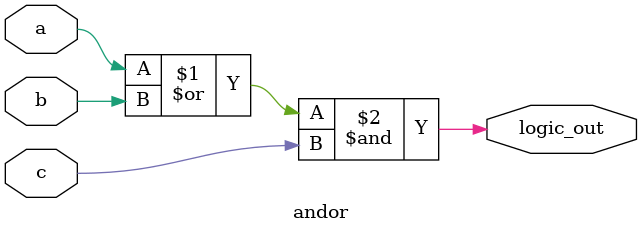
<source format=v>
module andor (
    input  wire a,
    input  wire b,
    input  wire c,
    output wire logic_out
);

  assign logic_out = (a | b) & c;

endmodule

</source>
